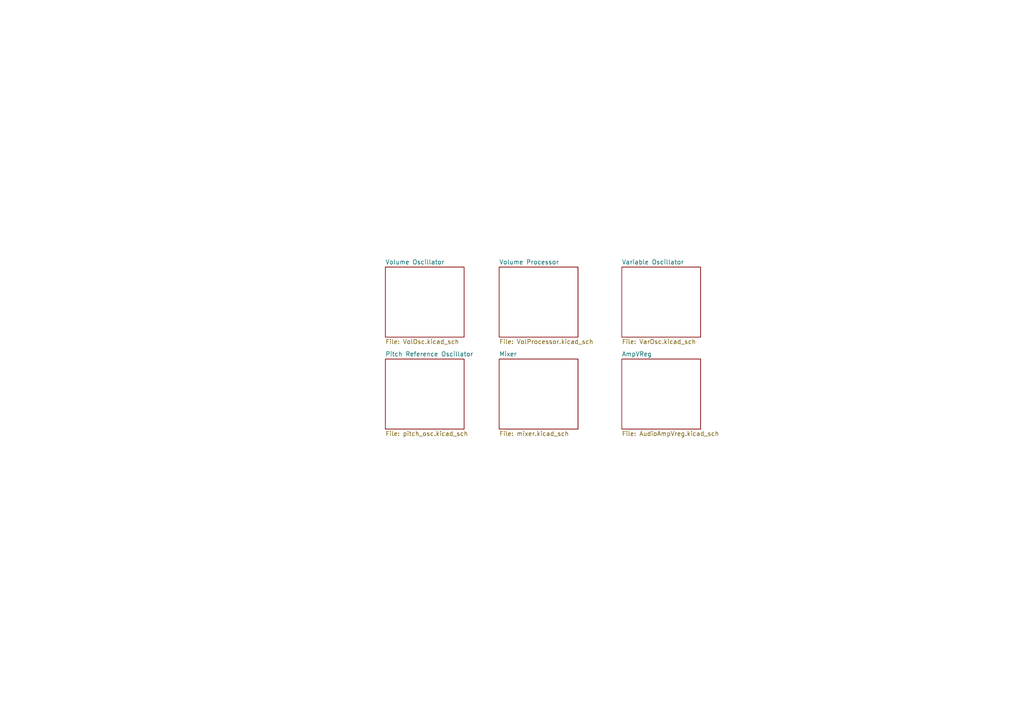
<source format=kicad_sch>
(kicad_sch (version 20221206) (generator eeschema)
  (paper "A4")
  (lib_symbols)
  (sheet (at 180.34 77.47) (size 22.86 20.32) (stroke (width 0.1524))
    (property "Sheetname" "Variable Oscillator" (at 180.34 76.7584 0) (effects (justify left bottom)))
    (property "Sheetfile" "VarOsc.kicad_sch" (at 180.34 98.3746 0) (effects (justify left top)))
  )
  (sheet (at 144.78 104.14) (size 22.86 20.32) (stroke (width 0.1524))
    (property "Sheetname" "Mixer" (at 144.78 103.4284 0) (effects (justify left bottom)))
    (property "Sheetfile" "mixer.kicad_sch" (at 144.78 125.0446 0) (effects (justify left top)))
  )
  (sheet (at 144.78 77.47) (size 22.86 20.32) (stroke (width 0.1524))
    (property "Sheetname" "Volume Processor" (at 144.78 76.7584 0) (effects (justify left bottom)))
    (property "Sheetfile" "VolProcessor.kicad_sch" (at 144.78 98.3746 0) (effects (justify left top)))
  )
  (sheet (at 111.76 77.47) (size 22.86 20.32) (stroke (width 0.1524))
    (property "Sheetname" "Volume Oscillator" (at 111.76 76.7584 0) (effects (justify left bottom)))
    (property "Sheetfile" "VolOsc.kicad_sch" (at 111.76 98.3746 0) (effects (justify left top)))
  )
  (sheet (at 111.76 104.14) (size 22.86 20.32) (stroke (width 0.1524))
    (property "Sheetname" "Pitch Reference Oscillator" (at 111.76 103.4284 0) (effects (justify left bottom)))
    (property "Sheetfile" "pitch_osc.kicad_sch" (at 111.76 125.0446 0) (effects (justify left top)))
  )
  (sheet (at 180.34 104.14) (size 22.86 20.32) (stroke (width 0.1524))
    (property "Sheetname" "AmpVReg" (at 180.34 103.4284 0) (effects (justify left bottom)))
    (property "Sheetfile" "AudioAmpVreg.kicad_sch" (at 180.34 125.0446 0) (effects (justify left top)))
  )
)
</source>
